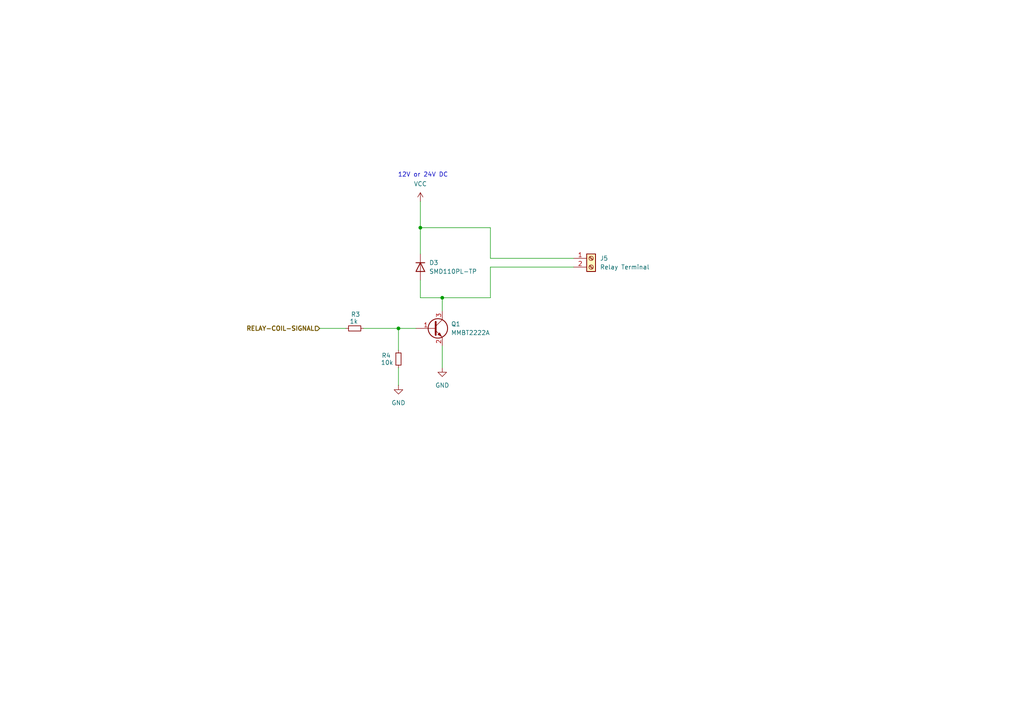
<source format=kicad_sch>
(kicad_sch (version 20231120) (generator "eeschema") (generator_version "8.0")
  (paper "A4")
  (lib_symbols
    (symbol "Connector:Screw_Terminal_01x02" (pin_names (offset 1.016) hide)
      (property "Reference" "J" (at 0 2.54 0))
      (property "Value" "Screw_Terminal_01x02" (at 0 -5.08 0))
      (symbol "Screw_Terminal_01x02_1_1"
        (rectangle (start -1.27 1.27) (end 1.27 -3.81) (stroke (width 0.254)) (fill (type background)))
        (circle (center 0 -2.54) (radius 0.635) (stroke (width 0.1524)))
        (polyline (pts (xy -0.5334 -2.2098) (xy 0.3302 -3.048)) (stroke (width 0.1524)))
        (polyline (pts (xy -0.5334 0.3302) (xy 0.3302 -0.508)) (stroke (width 0.1524)))
        (polyline (pts (xy -0.3556 -2.032) (xy 0.508 -2.8702)) (stroke (width 0.1524)))
        (polyline (pts (xy -0.3556 0.508) (xy 0.508 -0.3302)) (stroke (width 0.1524)))
        (circle (center 0 0) (radius 0.635) (stroke (width 0.1524)))
        (pin passive line (at -5.08 0 0) (length 3.81) (name "Pin_1") (number "1"))
        (pin passive line (at -5.08 -2.54 0) (length 3.81) (name "Pin_2") (number "2"))
      )
    )
    (symbol "Device:D" (pin_numbers hide) (pin_names (offset 1.016) hide)
      (property "Reference" "D" (at 0 2.54 0))
      (property "Value" "D" (at 0 -2.54 0))
      (symbol "D_0_1"
        (polyline (pts (xy -1.27 1.27) (xy -1.27 -1.27)) (stroke (width 0.254)))
        (polyline (pts (xy 1.27 0) (xy -1.27 0)))
        (polyline (pts (xy 1.27 1.27) (xy 1.27 -1.27) (xy -1.27 0) (xy 1.27 1.27)) (stroke (width 0.254)))
      )
      (symbol "D_1_1"
        (pin passive line (at -3.81 0 0) (length 2.54) (name "K") (number "1"))
        (pin passive line (at 3.81 0 180) (length 2.54) (name "A") (number "2"))
      )
    )
    (symbol "Device:R_Small" (pin_numbers hide) (pin_names (offset 0.254) hide)
      (property "Reference" "R" (at 0.762 0.508 0))
      (property "Value" "R_Small" (at 0.762 -1.016 0))
      (symbol "R_Small_0_1"
        (rectangle (start -0.762 1.778) (end 0.762 -1.778) (stroke (width 0.2032)))
      )
      (symbol "R_Small_1_1"
        (pin passive line (at 0 2.54 270) (length 0.762) (name "~") (number "1"))
        (pin passive line (at 0 -2.54 90) (length 0.762) (name "~") (number "2"))
      )
    )
    (symbol "Transistor_BJT:MMBT2222A" (pin_names (offset 0) hide)
      (property "Reference" "Q" (at 5.08 1.905 0))
      (property "Value" "MMBT2222A" (at 5.08 0 0))
      (symbol "MMBT2222A_0_1"
        (polyline (pts (xy 0.635 0.635) (xy 2.54 2.54)))
        (polyline (pts (xy 0.635 -0.635) (xy 2.54 -2.54) (xy 2.54 -2.54)))
        (polyline (pts (xy 0.635 1.905) (xy 0.635 -1.905) (xy 0.635 -1.905)) (stroke (width 0.508)))
        (polyline (pts (xy 1.27 -1.778) (xy 1.778 -1.27) (xy 2.286 -2.286) (xy 1.27 -1.778) (xy 1.27 -1.778)) (fill (type outline)))
        (circle (center 1.27 0) (radius 2.8194) (stroke (width 0.254)))
      )
      (symbol "MMBT2222A_1_1"
        (pin input line (at -5.08 0 0) (length 5.715) (name "B") (number "1"))
        (pin passive line (at 2.54 -5.08 90) (length 2.54) (name "E") (number "2"))
        (pin passive line (at 2.54 5.08 270) (length 2.54) (name "C") (number "3"))
      )
    )
    (symbol "power:GND" (power) (pin_numbers hide) (pin_names (offset 0) hide)
      (property "Value" "GND" (at 0 -3.81 0))
      (symbol "GND_0_1"
        (polyline (pts (xy 0 0) (xy 0 -1.27) (xy 1.27 -1.27) (xy 0 -2.54) (xy -1.27 -1.27) (xy 0 -1.27)))
      )
      (symbol "GND_1_1"
        (pin power_in line (at 0 0 270) (length 0) (name "~") (number "1"))
      )
    )
    (symbol "power:VCC" (power) (pin_numbers hide) (pin_names (offset 0) hide)
      (property "Value" "VCC" (at 0 3.556 0))
      (symbol "VCC_0_1"
        (polyline (pts (xy -0.762 1.27) (xy 0 2.54)))
        (polyline (pts (xy 0 0) (xy 0 2.54)))
        (polyline (pts (xy 0 2.54) (xy 0.762 1.27)))
      )
      (symbol "VCC_1_1"
        (pin power_in line (at 0 0 90) (length 0) (name "~") (number "1"))
      )
    )
  )
  (junction (at 115.57 95.25))
  (junction (at 121.92 66.04))
  (junction (at 128.27 86.36))
  (wire (pts (xy 115.57 111.76) (xy 115.57 106.68)))
  (wire (pts (xy 92.71 95.25) (xy 100.33 95.25)))
  (wire (pts (xy 128.27 86.36) (xy 142.24 86.36)))
  (wire (pts (xy 121.92 73.66) (xy 121.92 66.04)))
  (wire (pts (xy 142.24 86.36) (xy 142.24 77.47)))
  (wire (pts (xy 142.24 74.93) (xy 166.37 74.93)))
  (wire (pts (xy 115.57 95.25) (xy 120.65 95.25)))
  (wire (pts (xy 128.27 90.17) (xy 128.27 86.36)))
  (wire (pts (xy 121.92 86.36) (xy 121.92 81.28)))
  (wire (pts (xy 115.57 101.6) (xy 115.57 95.25)))
  (wire (pts (xy 142.24 77.47) (xy 166.37 77.47)))
  (wire (pts (xy 105.41 95.25) (xy 115.57 95.25)))
  (wire (pts (xy 121.92 58.42) (xy 121.92 66.04)))
  (wire (pts (xy 121.92 66.04) (xy 142.24 66.04)))
  (wire (pts (xy 142.24 66.04) (xy 142.24 74.93)))
  (wire (pts (xy 128.27 100.33) (xy 128.27 106.68)))
  (wire (pts (xy 128.27 86.36) (xy 121.92 86.36)))
  (text "12V or 24V DC" (at 122.682 50.8 0) (effects (font (size 1.27 1.27))))
  (hierarchical_label "RELAY-COIL-SIGNAL" (shape input) (at 92.71 95.25 180) (effects (font (thickness 0.254) (bold yes))))
  (symbol (lib_id "Device:R_Small") (at 102.87 95.25 90) (unit 1)
    (property "Reference" "R3" (at 103.124 91.186 90))
    (property "Value" "1k" (at 102.616 93.218 90))
    (property "Footprint" "Resistor_SMD:R_0603_1608Metric_Pad0.98x0.95mm_HandSolder" (effects (hide yes)))
    (property "Description" "1 kOhms ±1% 0.1W, 1/10W Chip Resistor 0603 (1608 Metric) Moisture Resistant Thick Film" (effects (hide yes)))
    (property "DigiKey Link" "https://www.digikey.com/en/products/detail/yageo/RC0603FR-071KL/726843" (effects (hide yes)))
    (property "MPN" "RC0603FR-071KL" (effects (hide yes)))
    (property "Manufacturer" "YAGEO" (effects (hide yes)))
  )
  (symbol (lib_id "Connector:Screw_Terminal_01x02") (at 171.45 74.93 0) (unit 1)
    (property "Reference" "J5" (at 173.99 74.9299 0) (effects (justify left)))
    (property "Value" "Relay Terminal" (at 173.99 77.4699 0) (effects (justify left)))
    (property "Footprint" "Vendor_Footprints:PHOENIX_1984963" (effects (hide yes)))
    (property "Description" "2 Position Wire to Board Terminal Block 45° (135°) Angle with Board 0.138\" (3.50mm) Through Hole" (effects (hide yes)))
    (property "MPN" "1984963" (effects (hide yes)))
    (property "Manufacturer" "Phoenix Contact" (effects (hide yes)))
    (property "DigiKey Link" "https://www.digikey.com/en/products/detail/phoenix-contact/1984963/2513976" (effects (hide yes)))
  )
  (symbol (lib_id "Device:D") (at 121.92 77.47 270) (unit 1)
    (property "Reference" "D3" (at 124.46 76.1999 90) (effects (justify left)))
    (property "Value" "SMD110PL-TP" (at 124.46 78.7399 90) (effects (justify left)))
    (property "Footprint" "Diode_SMD:D_SOD-123F" (effects (hide yes)))
    (property "Description" "Diode 100 V 1A Surface Mount SOD-123FL" (effects (hide yes)))
    (property "MPN" "SMD110PL-TP" (effects (hide yes)))
    (property "Manufacturer" "MCC (Micro Commercial Components)" (effects (hide yes)))
    (property "DigiKey Link" "https://www.digikey.com/en/products/detail/mcc-micro-commercial-components/SMD110PL-TP/2698532" (effects (hide yes)))
  )
  (symbol (lib_id "power:GND") (at 115.57 111.76 0) (unit 1)
    (property "Reference" "#PWR045" (effects (hide yes)))
    (property "Value" "GND" (at 115.57 116.84 0))
    (property "Description" "Power symbol creates a global label with name \"GND\" , ground" (effects (hide yes)))
  )
  (symbol (lib_id "power:VCC") (at 121.92 58.42 0) (unit 1)
    (property "Reference" "#PWR046" (effects (hide yes)))
    (property "Value" "VCC" (at 121.92 53.34 0))
    (property "Description" "Power symbol creates a global label with name \"VCC\"" (effects (hide yes)))
  )
  (symbol (lib_id "power:GND") (at 128.27 106.68 0) (unit 1)
    (property "Reference" "#PWR047" (effects (hide yes)))
    (property "Value" "GND" (at 128.27 111.76 0))
    (property "Description" "Power symbol creates a global label with name \"GND\" , ground" (effects (hide yes)))
  )
  (symbol (lib_id "Device:R_Small") (at 115.57 104.14 0) (unit 1)
    (property "Reference" "R4" (at 112.014 103.124 0))
    (property "Value" "10k" (at 112.268 105.156 0))
    (property "Footprint" "Resistor_SMD:R_0603_1608Metric_Pad0.98x0.95mm_HandSolder" (effects (hide yes)))
    (property "Description" "10 kOhms ±5% 0.1W, 1/10W Chip Resistor 0603 (1608 Metric) Automotive AEC-Q200 Thick Film" (effects (hide yes)))
    (property "DigiKey Link" "https://www.digikey.com/en/products/detail/stackpole-electronics-inc/RMCF0603JT10K0/1758104" (effects (hide yes)))
    (property "MPN" "RMCF0603JT10K0" (effects (hide yes)))
    (property "Manufacturer" "Stackpole Electronics Inc" (effects (hide yes)))
  )
  (symbol (lib_id "Transistor_BJT:MMBT2222A") (at 125.73 95.25 0) (unit 1)
    (property "Reference" "Q1" (at 130.81 93.9799 0) (effects (justify left)))
    (property "Value" "MMBT2222A" (at 130.81 96.5199 0) (effects (justify left)))
    (property "Footprint" "Package_TO_SOT_SMD:SOT-23" (effects (hide yes)))
    (property "Datasheet" "https://assets.nexperia.com/documents/data-sheet/MMBT2222A.pdf" (effects (hide yes)))
    (property "Description" "600mA Ic, 40V Vce, NPN Transistor, SOT-23" (effects (hide yes)))
    (property "MPN" "MMBT2222A" (effects (hide yes)))
    (property "Manufacturer" "Diotec Semiconductor" (effects (hide yes)))
    (property "DigiKey Link" "https://www.digikey.com/en/products/detail/diotec-semiconductor/MMBT2222A/13163394" (effects (hide yes)))
  )
)
</source>
